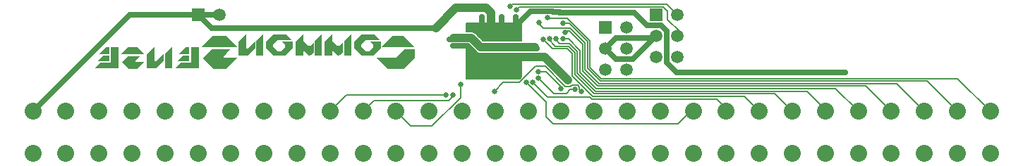
<source format=gbr>
G04 DipTrace 3.0.0.2*
G04 Bottom.gbr*
%MOIN*%
G04 #@! TF.FileFunction,Copper,L2,Bot*
G04 #@! TF.Part,Single*
%AMOUTLINE15*
4,1,4,
-0.078878,-0.025644,
0.078878,-0.025644,
0.027588,0.025644,
-0.027588,0.025644,
-0.078878,-0.025644,
0*%
%AMOUTLINE18*
4,1,7,
0.089072,0.046454,
0.040937,0.046454,
-0.000157,0.00536,
-0.089177,0.00536,
-0.037364,-0.046454,
0.037152,-0.046454,
0.089177,0.00557,
0.089072,0.046454,
0*%
%AMOUTLINE21*
4,1,17,
-0.007217,-0.030899,
-0.028378,-0.009528,
-0.028378,0.002314,
-0.006165,0.024594,
0.055633,0.024524,
0.028797,0.051499,
-0.028448,0.051499,
-0.06264,0.017306,
-0.062849,-0.016886,
-0.028026,-0.051499,
0.028026,-0.051499,
0.062849,-0.016815,
0.062849,0.017307,
0.012541,0.017236,
0.027466,0.002312,
0.027466,-0.009529,
0.006165,-0.0309,
-0.007217,-0.030899,
0*%
%AMOUTLINE24*
4,1,4,
0.017727,0.051499,
-0.017727,0.016045,
-0.017727,-0.051499,
0.017727,-0.051499,
0.017727,0.051499,
0*%
%AMOUTLINE27*
4,1,12,
-0.006446,0.051499,
-0.0419,0.016045,
-0.0419,-0.051499,
-0.006446,-0.051499,
-0.006446,-0.025504,
0.019479,-0.051499,
0.025154,-0.051499,
0.0419,-0.034823,
0.0419,0.01044,
0.028448,-0.003083,
0.014434,-0.003012,
-0.006446,0.017867,
-0.006446,0.051499,
0*%
%AMOUTLINE30*
4,1,12,
-0.006446,0.051499,
-0.0419,0.016045,
-0.0419,-0.051499,
-0.006446,-0.051499,
-0.006446,-0.025504,
0.019478,-0.051499,
0.025154,-0.051499,
0.0419,-0.034823,
0.0419,0.01044,
0.028448,-0.003083,
0.014433,-0.003012,
-0.006446,0.017867,
-0.006446,0.051499,
0*%
%AMOUTLINE33*
4,1,17,
-0.007218,-0.030899,
-0.028378,-0.009528,
-0.028378,0.002314,
-0.006167,0.024594,
0.055633,0.024524,
0.028797,0.051499,
-0.028448,0.051499,
-0.06264,0.017306,
-0.062849,-0.016886,
-0.028026,-0.051499,
0.028026,-0.051499,
0.062849,-0.016815,
0.062849,0.017307,
0.012541,0.017236,
0.027465,0.002312,
0.027465,-0.009529,
0.006165,-0.0309,
-0.007218,-0.030899,
0*%
%AMOUTLINE36*
4,1,4,
0.017727,0.051499,
-0.017727,0.016115,
-0.017727,-0.051499,
0.017727,-0.051499,
0.017727,0.051499,
0*%
%AMOUTLINE39*
4,1,8,
0.038608,0.017306,
0.004344,-0.016886,
-0.003083,-0.016886,
-0.003083,0.051499,
-0.038608,0.016115,
-0.038608,-0.051499,
0.004064,-0.051499,
0.038608,-0.016886,
0.038608,0.017306,
0*%
%AMOUTLINE42*
4,1,4,
-0.082819,-0.025644,
0.082819,-0.025644,
0.03153,0.025644,
-0.031425,0.025644,
-0.082819,-0.025644,
0*%
%AMOUTLINE45*
4,1,9,
-0.07935,-0.000106,
-0.033001,-0.046455,
0.027642,-0.046455,
0.07935,0.005465,
0.016815,0.005465,
0.017025,0.013556,
0.0495,0.046348,
-0.038469,0.046455,
-0.079248,0.005361,
-0.07935,-0.000106,
0*%
%AMOUTLINE48*
4,1,6,
0.055143,0.051499,
0.019689,0.051499,
0.019689,-0.024383,
-0.027957,-0.024383,
-0.055143,-0.051499,
0.055143,-0.051499,
0.055143,0.051499,
0*%
%AMOUTLINE51*
4,1,4,
0.027396,0.013663,
0.00014,0.013663,
-0.027396,-0.013663,
0.027396,-0.013663,
0.027396,0.013663,
0*%
%AMOUTLINE54*
4,1,4,
0.024138,0.017096,
0.010125,0.017096,
-0.024138,-0.017096,
0.024138,-0.017096,
0.024138,0.017096,
0*%
%AMOUTLINE58*
4,1,4,
-0.055213,-0.017096,
0.055213,-0.017096,
0.02102,0.017096,
-0.02095,0.017096,
-0.055213,-0.017096,
0*%
%AMOUTLINE61*
4,1,9,
-0.0529,-0.00007,
-0.022001,-0.03097,
0.018428,-0.03097,
0.0529,0.003643,
0.01121,0.003643,
0.011353,0.009038,
0.033004,0.030899,
-0.025643,0.03097,
-0.052828,0.003573,
-0.0529,-0.00007,
0*%
G04 #@! TA.AperFunction,Conductor*
%ADD13C,0.008*%
G04 #@! TA.AperFunction,ViaPad*
%ADD15C,0.025*%
%ADD17C,0.04*%
G04 #@! TA.AperFunction,CopperBalancing*
%ADD20C,0.006*%
G04 #@! TA.AperFunction,Conductor*
%ADD24C,0.028*%
G04 #@! TA.AperFunction,ComponentPad*
%ADD25C,0.08*%
%ADD33R,0.059055X0.059055*%
%ADD34C,0.059055*%
G04 #@! TA.AperFunction,ViaPad*
%ADD45C,0.03*%
%ADD102OUTLINE15*%
%ADD105OUTLINE18*%
%ADD108OUTLINE21*%
%ADD111OUTLINE24*%
%ADD114OUTLINE27*%
%ADD117OUTLINE30*%
%ADD120OUTLINE33*%
%ADD123OUTLINE36*%
%ADD126OUTLINE39*%
%ADD129OUTLINE42*%
%ADD132OUTLINE45*%
%ADD135OUTLINE48*%
%ADD138OUTLINE51*%
%ADD141OUTLINE54*%
%ADD145OUTLINE58*%
%ADD148OUTLINE61*%
%FSLAX26Y26*%
G04*
G70*
G90*
G75*
G01*
G04 Bottom*
%LPD*%
X2480701Y1016672D2*
D15*
X2499701D1*
Y1024672D1*
D17*
X2582701D1*
X2627701Y979672D1*
X2882701D1*
D15*
X2875701Y972672D1*
X2895701D1*
X2728701Y1122672D2*
Y1060672D1*
X2691701Y1023672D1*
X2625701Y1165672D2*
D17*
X2655701D1*
X2678701Y1142672D1*
Y1067672D1*
X2697701Y1048672D1*
X2775701D1*
D15*
X2788701Y1061672D1*
X2634701Y1122672D2*
Y1080672D1*
D20*
X2691701Y1023672D1*
X2894701Y932672D2*
D17*
X2698701D1*
D13*
X2691701Y939672D1*
X2792701Y1122672D2*
D15*
Y1065672D1*
X2788701Y1061672D1*
X2497701Y985672D2*
X2558701D1*
D13*
X2609701Y934672D1*
X2686701D1*
X2691701Y939672D1*
Y1023672D2*
X2750701D1*
X2788701Y1061672D1*
X2634701Y1122672D2*
Y1075672D1*
X2619701Y1060672D1*
X2592701D1*
X2590701Y1062672D1*
X2416701Y1070672D2*
D17*
X2511701Y1165672D1*
X2625701D1*
X2996630Y1147672D2*
D15*
X2969701D1*
X2967701Y1149672D1*
X2862701D1*
X2774701Y1061672D1*
X2788701D1*
X3040701Y822672D2*
D17*
X2930701Y932672D1*
X2894701D1*
X3217701Y972672D2*
D24*
X3267701Y1022672D1*
X3447701D1*
X3457701Y1032672D1*
X3217701Y972672D2*
X3267701Y922672D1*
X3347701D1*
X3457701Y1032672D1*
X2416701Y1070672D2*
D15*
X1357730D1*
X1295701Y1132701D1*
X1395701D1*
X4351701Y861701D2*
X3553672D1*
X3507701Y907672D1*
Y1056672D1*
X3481701Y1082672D1*
X3413701D1*
X3352701Y1143672D1*
X3000630D1*
X2996630Y1147672D1*
X1295701Y1132701D2*
X969701D1*
X512701Y675701D1*
X2901701Y863672D2*
D20*
X2937701D1*
X3007701Y793672D1*
Y782672D1*
X3006701Y783672D1*
X2901701Y832672D2*
X2972672Y761701D1*
X3034701D1*
X3051701Y778701D1*
X3072701D1*
X2797701Y1156672D2*
X2796701D1*
X2811701Y1171672D1*
X3490701D1*
X3511701Y1150672D1*
Y1111672D1*
X3570701Y1052672D1*
Y1032672D1*
X3557701D1*
X2768701Y1173672D2*
X2778701Y1183672D1*
X3506701D1*
X3557701Y1132672D1*
X2695701Y771672D2*
X2693701D1*
X2734701Y812672D1*
X2811701D1*
X2887701Y888672D1*
X2932701D1*
X3028672Y792701D1*
X3051701D1*
X3059701Y800701D1*
X3086701D1*
X3095701Y791701D1*
Y778701D1*
X3103701Y770701D1*
X2844701Y814672D2*
X2938701Y720672D1*
Y648701D1*
X2971701Y615701D1*
X3559701D1*
X3619701Y675701D1*
X3632701D1*
X2875701Y814672D2*
X2945672Y744701D1*
X3143701D1*
X3153701Y734701D1*
X3743701D1*
X3802701Y675701D1*
X3788701D1*
X2923701Y1017672D2*
X2968701Y972672D1*
X3038701D1*
X3061701Y949672D1*
Y843672D1*
X3158672Y746701D1*
X3873701D1*
X3944701Y675701D1*
X2954701Y1018672D2*
X2947701D1*
X2981701Y984672D1*
X3043701D1*
X3073701Y954672D1*
Y849672D1*
X3164672Y758701D1*
X4017701D1*
X4100701Y675701D1*
X4256701D2*
Y684701D1*
X4169730Y771672D1*
X3169701D1*
X3085701Y855672D1*
Y959672D1*
X3048701Y996672D1*
X3001701D1*
X2979701Y1018672D1*
X2985701D1*
X3016701Y1019672D2*
X3042701D1*
X3097701Y964672D1*
Y861672D1*
X3175701Y783672D1*
X4304730D1*
X4412701Y675701D1*
X4568701D2*
X4448730Y795672D1*
X3180701D1*
X3109701Y866672D1*
Y994672D1*
X3046701Y1057672D1*
X3027701D1*
Y1048672D1*
X2902701Y1097672D2*
Y1091672D1*
X2923701Y1070672D1*
X3050701D1*
X3121701Y999672D1*
Y873672D1*
X3187701Y807672D1*
X4592730D1*
X4724701Y675701D1*
X3016701Y1092672D2*
X3046701D1*
X3133701Y1005672D1*
Y878672D1*
X3192701Y819672D1*
X4736730D1*
X4880701Y675701D1*
X2943701Y1118672D2*
X2945701D1*
X2944701Y1117672D2*
X3038701D1*
X3145701Y1010672D1*
Y883672D1*
X3197701Y831672D1*
X4880730D1*
X5036701Y675701D1*
X2532701Y804701D2*
Y740701D1*
X2398701Y606701D1*
X2297701D1*
X2228701Y675701D1*
X2496701Y753701D2*
X2504701D1*
X2478701Y727701D1*
X2124701D1*
X2072701Y675701D1*
X2463701Y753701D2*
X1994701D1*
X1916701Y675701D1*
D15*
X2480701Y1016672D3*
X2895701Y972672D3*
D3*
D17*
X2894701Y932672D3*
D15*
X2497701Y985672D3*
D17*
X2416701Y1070672D3*
D45*
X2996630Y1147672D3*
D17*
X3040701Y822672D3*
X2894701Y932672D3*
X2416701Y1070672D3*
D45*
X2996630Y1147672D3*
D15*
X2901701Y863672D3*
X3006701Y783672D3*
X2901701Y832672D3*
X3072701Y778701D3*
X2797701Y1156672D3*
X2768701Y1173672D3*
X2695701Y771672D3*
X3103701Y770701D3*
X2532701Y804701D3*
X2496701Y753701D3*
X2463701D3*
X2792701Y1122672D3*
X2923701Y1017672D3*
X2954701Y1018672D3*
X2985701D3*
X3016701Y1019672D3*
X3027701Y1048672D3*
X2902701Y1097672D3*
X3016701Y1092672D3*
X2943701Y1118672D3*
X2590701Y1062672D3*
X2588701Y861672D3*
X2788701Y863672D3*
Y1061672D3*
X2691701Y939672D3*
Y1023672D3*
X2634701Y1122672D3*
X2728701D3*
D17*
X2625701Y1165672D3*
D15*
X2844701Y814672D3*
X2875701D3*
X2560301Y1086803D2*
D20*
X2820101D1*
X2560301Y1080935D2*
X2820101D1*
X2560301Y1075066D2*
X2820101D1*
X2560301Y1069197D2*
X2820101D1*
X2560301Y1063328D2*
X2820101D1*
X2560301Y1057460D2*
X2820101D1*
X2594689Y1051591D2*
X2820101D1*
X2603572Y1045722D2*
X2820101D1*
X2609456Y1039853D2*
X2820101D1*
X2615327Y1033984D2*
X2820101D1*
X2621185Y1028116D2*
X2820101D1*
X2627057Y1022247D2*
X2820101D1*
X2632928Y1016378D2*
X2820101D1*
X2638799Y1010509D2*
X2820101D1*
X2560301Y992903D2*
X2572537D1*
X2560301Y987034D2*
X2578407D1*
X2560301Y981166D2*
X2584278D1*
X2560301Y975297D2*
X2590138D1*
X2560301Y969428D2*
X2596009D1*
X2560301Y963559D2*
X2601881D1*
X2560301Y957691D2*
X2607834D1*
X2560301Y951822D2*
X2618239D1*
X2560301Y945953D2*
X2820101D1*
X2560301Y940084D2*
X2820101D1*
X2560301Y934215D2*
X2820101D1*
X2560301Y928347D2*
X2820101D1*
X2560301Y922478D2*
X2820101D1*
X2560301Y916609D2*
X2820101D1*
X2560301Y910740D2*
X2820101D1*
X2560301Y904872D2*
X2820101D1*
X2560301Y899003D2*
X2820101D1*
X2560301Y893134D2*
X2820101D1*
X2560301Y887265D2*
X2820101D1*
X2560301Y881397D2*
X2820101D1*
X2560301Y875528D2*
X2820101D1*
X2560301Y869659D2*
X2820101D1*
X2560301Y863790D2*
X2820101D1*
X2560301Y857921D2*
X2820101D1*
X2560301Y852053D2*
X2820101D1*
X2560301Y846184D2*
X2820101D1*
X2560301Y840315D2*
X2820101D1*
X2560301Y834446D2*
X2815583D1*
X2559689Y1053912D2*
X2582701D1*
X2584995Y1053822D1*
X2587276Y1053553D1*
X2589526Y1053104D1*
X2591736Y1052481D1*
X2593891Y1051687D1*
X2595975Y1050725D1*
X2597979Y1049604D1*
X2599887Y1048328D1*
X2601691Y1046907D1*
X2603377Y1045348D1*
X2639828Y1008897D1*
X2820721Y1008912D1*
X2820701Y1092672D1*
X2559701D1*
Y1053895D1*
X2570618Y995432D2*
X2559697D1*
X2559701Y831672D1*
X2813400D1*
X2820721Y839002D1*
X2820701Y950441D1*
X2627701Y950432D1*
X2625407Y950523D1*
X2623126Y950792D1*
X2620876Y951240D1*
X2618666Y951864D1*
X2616511Y952658D1*
X2614427Y953620D1*
X2612423Y954740D1*
X2610515Y956016D1*
X2608711Y957437D1*
X2607025Y958996D1*
X2570574Y995448D1*
D25*
X5036701Y675701D3*
X4880701D3*
X4724701D3*
X4568701D3*
X4412701D3*
X4256701D3*
X4100701D3*
X3944701D3*
X3788701D3*
X3632701D3*
X3476701D3*
X3320701D3*
X3164701D3*
X3008701D3*
X2852701D3*
X2696701D3*
X2540701D3*
X2384701D3*
X2228701D3*
X2072701D3*
X1916701D3*
X1760701D3*
X1604701D3*
X1448701D3*
X1292701D3*
X1136701D3*
X980701D3*
X824701D3*
X668701D3*
X512701D3*
X5036701Y475701D3*
X4880701D3*
X4724701D3*
X4568701D3*
X4412701D3*
X4256701D3*
X4100701D3*
X3944701D3*
X3788701D3*
X3632701D3*
X3476701D3*
X3320701D3*
X3164701D3*
X3008701D3*
X2852701D3*
X2696701D3*
X2540701D3*
X2384701D3*
X2228701D3*
X2072701D3*
X1916701D3*
X1760701D3*
X1604701D3*
X1448701D3*
X1292701D3*
X1136701D3*
X980701D3*
X824701D3*
X668701D3*
X512701D3*
D33*
X3457701Y1132672D3*
D34*
X3557701D3*
X3457701Y1032672D3*
X3557701D3*
X3457701Y932672D3*
X3557701D3*
D33*
X3217701Y1072672D3*
D34*
X3317701D3*
X3217701Y972672D3*
X3317701D3*
X3217701Y872672D3*
X3317701D3*
D33*
X1295701Y1132701D3*
D34*
X1395701D3*
D102*
X2238701Y1005701D3*
D105*
X2228192Y923302D3*
D108*
X2092751Y989253D3*
D111*
X1999702Y989255D3*
D114*
X1933979D3*
D111*
X1861810D3*
D117*
X1796088D3*
D120*
X1678797Y989253D3*
D123*
X1585747Y989255D3*
D126*
X1523318D3*
D129*
X1394580Y1006109D3*
D132*
X1398049Y923713D3*
D135*
X1239255Y929066D3*
D138*
X1225450Y925843D3*
D141*
X1228709Y963469D3*
D123*
X1153633Y929066D3*
D126*
X1091202D3*
D145*
X984141Y963469D3*
D148*
X986453Y908537D3*
D135*
X860334Y929066D3*
D138*
X846529Y925843D3*
D141*
X849788Y963469D3*
M02*

</source>
